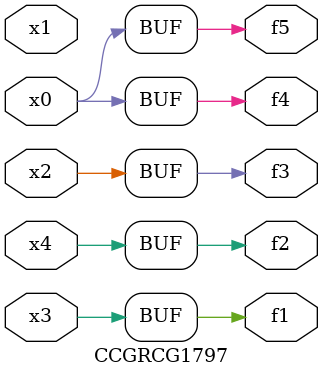
<source format=v>
module CCGRCG1797(
	input x0, x1, x2, x3, x4,
	output f1, f2, f3, f4, f5
);
	assign f1 = x3;
	assign f2 = x4;
	assign f3 = x2;
	assign f4 = x0;
	assign f5 = x0;
endmodule

</source>
